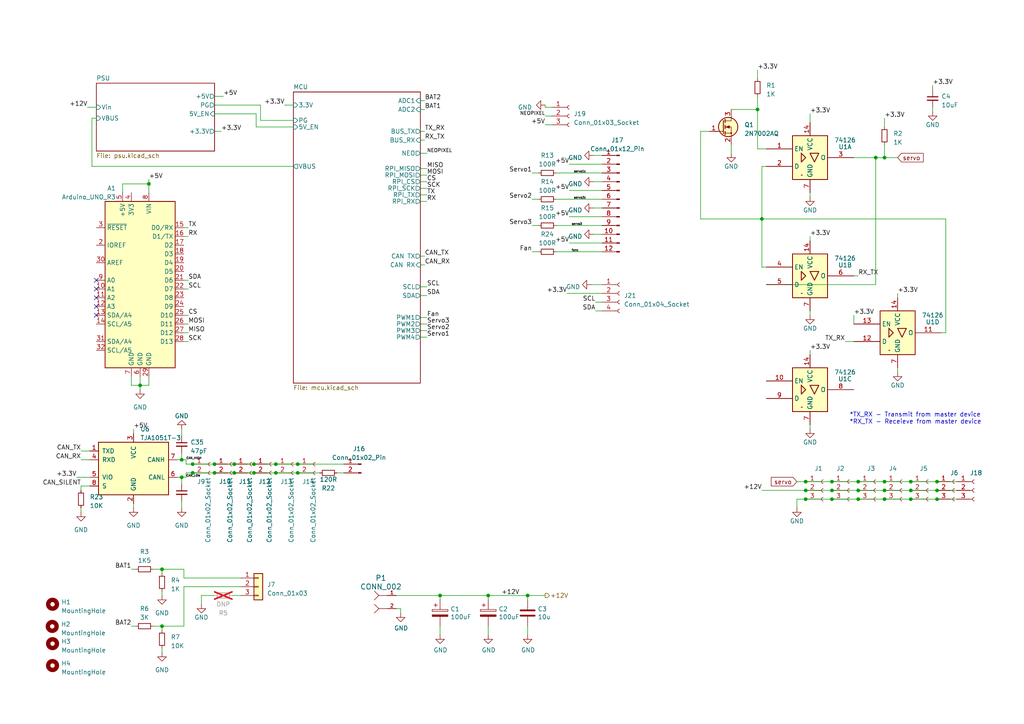
<source format=kicad_sch>
(kicad_sch (version 20230121) (generator eeschema)
  (paper "A4")
  (lib_symbols
    (symbol "74xx_IEEE:74126"
      (property "Reference" "U" (at 3.81 7.62 0))
      (property "Value" "74126" (at 1.27 -7.62 0))
      (symbol "74126_0_0"
        (rectangle (start -2.286 -5.08) (end -2.54 -5.08) (stroke (width 0.254)) (fill (type background)))
        (pin power_in line (at 0 10.16 270) (length 3.81) (name "VCC") (number "14"))
        (pin power_in line (at 0 -10.16 90) (length 3.81) (name "GND") (number "7"))
      )
      (symbol "74126_0_1"
        (rectangle (start -5.08 6.35) (end 5.08 -6.35) (stroke (width 0.254)) (fill (type background)))
        (polyline (pts (xy -2.54 1.27) (xy -2.54 -1.27) (xy -1.27 0) (xy -2.54 1.27) (xy -2.54 1.27)) (stroke (width 0.254)) (fill (type background)))
        (polyline (pts (xy 0 1.27) (xy 2.54 1.27) (xy 1.27 -1.27) (xy 0 1.27) (xy 0 1.27)) (stroke (width 0.254)) (fill (type background)))
      )
      (symbol "74126_1_0"
        (pin input line (at -12.7 2.54 0) (length 7.62) (name "EN") (number "1"))
      )
      (symbol "74126_1_1"
        (pin input line (at -12.7 -2.54 0) (length 7.62) (name "D") (number "2"))
        (pin tri_state line (at 12.7 0 180) (length 7.62) (name "O") (number "3"))
      )
      (symbol "74126_2_0"
        (pin input line (at -12.7 2.54 0) (length 7.62) (name "EN") (number "4"))
      )
      (symbol "74126_2_1"
        (pin input line (at -12.7 -2.54 0) (length 7.62) (name "D") (number "5"))
        (pin tri_state line (at 12.7 0 180) (length 7.62) (name "O") (number "6"))
      )
      (symbol "74126_3_0"
        (pin input line (at -12.7 2.54 0) (length 7.62) (name "EN") (number "10"))
      )
      (symbol "74126_3_1"
        (pin tri_state line (at 12.7 0 180) (length 7.62) (name "O") (number "8"))
        (pin input line (at -12.7 -2.54 0) (length 7.62) (name "D") (number "9"))
      )
      (symbol "74126_4_0"
        (pin input line (at -12.7 2.54 0) (length 7.62) (name "EN") (number "13"))
      )
      (symbol "74126_4_1"
        (pin tri_state line (at 12.7 0 180) (length 7.62) (name "O") (number "11"))
        (pin input line (at -12.7 -2.54 0) (length 7.62) (name "D") (number "12"))
      )
    )
    (symbol "Connector:Conn_01x02_Pin" (pin_names (offset 1.016) hide)
      (property "Reference" "J" (at 0 2.54 0))
      (property "Value" "Conn_01x02_Pin" (at 0 -5.08 0))
      (symbol "Conn_01x02_Pin_1_1"
        (polyline (pts (xy 1.27 -2.54) (xy 0.8636 -2.54)) (stroke (width 0.1524)))
        (polyline (pts (xy 1.27 0) (xy 0.8636 0)) (stroke (width 0.1524)))
        (rectangle (start 0.8636 -2.413) (end 0 -2.667) (stroke (width 0.1524)) (fill (type outline)))
        (rectangle (start 0.8636 0.127) (end 0 -0.127) (stroke (width 0.1524)) (fill (type outline)))
        (pin passive line (at 5.08 0 180) (length 3.81) (name "Pin_1") (number "1"))
        (pin passive line (at 5.08 -2.54 180) (length 3.81) (name "Pin_2") (number "2"))
      )
    )
    (symbol "Connector:Conn_01x02_Socket" (pin_names (offset 1.016) hide)
      (property "Reference" "J" (at 0 2.54 0))
      (property "Value" "Conn_01x02_Socket" (at 0 -5.08 0))
      (symbol "Conn_01x02_Socket_1_1"
        (arc (start 0 -2.032) (mid -0.5058 -2.54) (end 0 -3.048) (stroke (width 0.1524)))
        (polyline (pts (xy -1.27 -2.54) (xy -0.508 -2.54)) (stroke (width 0.1524)))
        (polyline (pts (xy -1.27 0) (xy -0.508 0)) (stroke (width 0.1524)))
        (arc (start 0 0.508) (mid -0.5058 0) (end 0 -0.508) (stroke (width 0.1524)))
        (pin passive line (at -5.08 0 0) (length 3.81) (name "Pin_1") (number "1"))
        (pin passive line (at -5.08 -2.54 0) (length 3.81) (name "Pin_2") (number "2"))
      )
    )
    (symbol "Connector:Conn_01x03_Socket" (pin_names (offset 1.016) hide)
      (property "Reference" "J" (at 0 5.08 0))
      (property "Value" "Conn_01x03_Socket" (at 0 -5.08 0))
      (symbol "Conn_01x03_Socket_1_1"
        (arc (start 0 -2.032) (mid -0.5058 -2.54) (end 0 -3.048) (stroke (width 0.1524)))
        (polyline (pts (xy -1.27 -2.54) (xy -0.508 -2.54)) (stroke (width 0.1524)))
        (polyline (pts (xy -1.27 0) (xy -0.508 0)) (stroke (width 0.1524)))
        (polyline (pts (xy -1.27 2.54) (xy -0.508 2.54)) (stroke (width 0.1524)))
        (arc (start 0 0.508) (mid -0.5058 0) (end 0 -0.508) (stroke (width 0.1524)))
        (arc (start 0 3.048) (mid -0.5058 2.54) (end 0 2.032) (stroke (width 0.1524)))
        (pin passive line (at -5.08 2.54 0) (length 3.81) (name "Pin_1") (number "1"))
        (pin passive line (at -5.08 0 0) (length 3.81) (name "Pin_2") (number "2"))
        (pin passive line (at -5.08 -2.54 0) (length 3.81) (name "Pin_3") (number "3"))
      )
    )
    (symbol "Connector:Conn_01x04_Socket" (pin_names (offset 1.016) hide)
      (property "Reference" "J" (at 0 5.08 0))
      (property "Value" "Conn_01x04_Socket" (at 0 -7.62 0))
      (symbol "Conn_01x04_Socket_1_1"
        (arc (start 0 -4.572) (mid -0.5058 -5.08) (end 0 -5.588) (stroke (width 0.1524)))
        (arc (start 0 -2.032) (mid -0.5058 -2.54) (end 0 -3.048) (stroke (width 0.1524)))
        (polyline (pts (xy -1.27 -5.08) (xy -0.508 -5.08)) (stroke (width 0.1524)))
        (polyline (pts (xy -1.27 -2.54) (xy -0.508 -2.54)) (stroke (width 0.1524)))
        (polyline (pts (xy -1.27 0) (xy -0.508 0)) (stroke (width 0.1524)))
        (polyline (pts (xy -1.27 2.54) (xy -0.508 2.54)) (stroke (width 0.1524)))
        (arc (start 0 0.508) (mid -0.5058 0) (end 0 -0.508) (stroke (width 0.1524)))
        (arc (start 0 3.048) (mid -0.5058 2.54) (end 0 2.032) (stroke (width 0.1524)))
        (pin passive line (at -5.08 2.54 0) (length 3.81) (name "Pin_1") (number "1"))
        (pin passive line (at -5.08 0 0) (length 3.81) (name "Pin_2") (number "2"))
        (pin passive line (at -5.08 -2.54 0) (length 3.81) (name "Pin_3") (number "3"))
        (pin passive line (at -5.08 -5.08 0) (length 3.81) (name "Pin_4") (number "4"))
      )
    )
    (symbol "Connector:Conn_01x12_Pin" (pin_names (offset 1.016) hide)
      (property "Reference" "J" (at 0 15.24 0))
      (property "Value" "Conn_01x12_Pin" (at 0 -17.78 0))
      (symbol "Conn_01x12_Pin_1_1"
        (polyline (pts (xy 1.27 -15.24) (xy 0.8636 -15.24)) (stroke (width 0.1524)))
        (polyline (pts (xy 1.27 -12.7) (xy 0.8636 -12.7)) (stroke (width 0.1524)))
        (polyline (pts (xy 1.27 -10.16) (xy 0.8636 -10.16)) (stroke (width 0.1524)))
        (polyline (pts (xy 1.27 -7.62) (xy 0.8636 -7.62)) (stroke (width 0.1524)))
        (polyline (pts (xy 1.27 -5.08) (xy 0.8636 -5.08)) (stroke (width 0.1524)))
        (polyline (pts (xy 1.27 -2.54) (xy 0.8636 -2.54)) (stroke (width 0.1524)))
        (polyline (pts (xy 1.27 0) (xy 0.8636 0)) (stroke (width 0.1524)))
        (polyline (pts (xy 1.27 2.54) (xy 0.8636 2.54)) (stroke (width 0.1524)))
        (polyline (pts (xy 1.27 5.08) (xy 0.8636 5.08)) (stroke (width 0.1524)))
        (polyline (pts (xy 1.27 7.62) (xy 0.8636 7.62)) (stroke (width 0.1524)))
        (polyline (pts (xy 1.27 10.16) (xy 0.8636 10.16)) (stroke (width 0.1524)))
        (polyline (pts (xy 1.27 12.7) (xy 0.8636 12.7)) (stroke (width 0.1524)))
        (rectangle (start 0.8636 -15.113) (end 0 -15.367) (stroke (width 0.1524)) (fill (type outline)))
        (rectangle (start 0.8636 -12.573) (end 0 -12.827) (stroke (width 0.1524)) (fill (type outline)))
        (rectangle (start 0.8636 -10.033) (end 0 -10.287) (stroke (width 0.1524)) (fill (type outline)))
        (rectangle (start 0.8636 -7.493) (end 0 -7.747) (stroke (width 0.1524)) (fill (type outline)))
        (rectangle (start 0.8636 -4.953) (end 0 -5.207) (stroke (width 0.1524)) (fill (type outline)))
        (rectangle (start 0.8636 -2.413) (end 0 -2.667) (stroke (width 0.1524)) (fill (type outline)))
        (rectangle (start 0.8636 0.127) (end 0 -0.127) (stroke (width 0.1524)) (fill (type outline)))
        (rectangle (start 0.8636 2.667) (end 0 2.413) (stroke (width 0.1524)) (fill (type outline)))
        (rectangle (start 0.8636 5.207) (end 0 4.953) (stroke (width 0.1524)) (fill (type outline)))
        (rectangle (start 0.8636 7.747) (end 0 7.493) (stroke (width 0.1524)) (fill (type outline)))
        (rectangle (start 0.8636 10.287) (end 0 10.033) (stroke (width 0.1524)) (fill (type outline)))
        (rectangle (start 0.8636 12.827) (end 0 12.573) (stroke (width 0.1524)) (fill (type outline)))
        (pin passive line (at 5.08 12.7 180) (length 3.81) (name "Pin_1") (number "1"))
        (pin passive line (at 5.08 -10.16 180) (length 3.81) (name "Pin_10") (number "10"))
        (pin passive line (at 5.08 -12.7 180) (length 3.81) (name "Pin_11") (number "11"))
        (pin passive line (at 5.08 -15.24 180) (length 3.81) (name "Pin_12") (number "12"))
        (pin passive line (at 5.08 10.16 180) (length 3.81) (name "Pin_2") (number "2"))
        (pin passive line (at 5.08 7.62 180) (length 3.81) (name "Pin_3") (number "3"))
        (pin passive line (at 5.08 5.08 180) (length 3.81) (name "Pin_4") (number "4"))
        (pin passive line (at 5.08 2.54 180) (length 3.81) (name "Pin_5") (number "5"))
        (pin passive line (at 5.08 0 180) (length 3.81) (name "Pin_6") (number "6"))
        (pin passive line (at 5.08 -2.54 180) (length 3.81) (name "Pin_7") (number "7"))
        (pin passive line (at 5.08 -5.08 180) (length 3.81) (name "Pin_8") (number "8"))
        (pin passive line (at 5.08 -7.62 180) (length 3.81) (name "Pin_9") (number "9"))
      )
    )
    (symbol "Connector_Generic:Conn_01x03" (pin_names (offset 1.016) hide)
      (property "Reference" "J" (at 0 5.08 0))
      (property "Value" "Conn_01x03" (at 0 -5.08 0))
      (symbol "Conn_01x03_1_1"
        (rectangle (start -1.27 -2.413) (end 0 -2.667) (stroke (width 0.1524)))
        (rectangle (start -1.27 0.127) (end 0 -0.127) (stroke (width 0.1524)))
        (rectangle (start -1.27 2.667) (end 0 2.413) (stroke (width 0.1524)))
        (rectangle (start -1.27 3.81) (end 1.27 -3.81) (stroke (width 0.254)) (fill (type background)))
        (pin passive line (at -5.08 2.54 0) (length 3.81) (name "Pin_1") (number "1"))
        (pin passive line (at -5.08 0 0) (length 3.81) (name "Pin_2") (number "2"))
        (pin passive line (at -5.08 -2.54 0) (length 3.81) (name "Pin_3") (number "3"))
      )
    )
    (symbol "Connectors:CONN_002" (pin_names (offset 1.016))
      (property "Reference" "P" (at 0 3.81 0))
      (property "Value" "CONN_002" (at 0 -5.08 0))
      (symbol "CONN_002_0_1"
        (polyline (pts (xy 0 -2.54) (xy -1.27 -3.81)))
        (polyline (pts (xy -1.27 2.54) (xy 0 1.27) (xy -1.27 0)))
        (polyline (pts (xy 0 1.27) (xy 1.27 1.27) (xy 2.54 1.27)))
        (polyline (pts (xy 2.54 -2.54) (xy 0 -2.54) (xy -1.27 -1.27)))
      )
      (symbol "CONN_002_1_1"
        (pin input line (at 5.08 1.27 180) (length 2.54) (name "~") (number "1"))
        (pin input line (at 5.08 -2.54 180) (length 2.54) (name "~") (number "2"))
      )
    )
    (symbol "Device:C" (pin_numbers hide) (pin_names (offset 0.254))
      (property "Reference" "C" (at 0.635 2.54 0))
      (property "Value" "C" (at 0.635 -2.54 0))
      (symbol "C_0_1"
        (polyline (pts (xy -2.032 -0.762) (xy 2.032 -0.762)) (stroke (width 0.508)))
        (polyline (pts (xy -2.032 0.762) (xy 2.032 0.762)) (stroke (width 0.508)))
      )
      (symbol "C_1_1"
        (pin passive line (at 0 3.81 270) (length 2.794) (name "~") (number "1"))
        (pin passive line (at 0 -3.81 90) (length 2.794) (name "~") (number "2"))
      )
    )
    (symbol "Device:CP" (pin_numbers hide) (pin_names (offset 0.254))
      (property "Reference" "C" (at 0.635 2.54 0))
      (property "Value" "CP" (at 0.635 -2.54 0))
      (symbol "CP_0_1"
        (rectangle (start -2.286 0.508) (end 2.286 1.016))
        (polyline (pts (xy -1.778 2.286) (xy -0.762 2.286)))
        (polyline (pts (xy -1.27 2.794) (xy -1.27 1.778)))
        (rectangle (start 2.286 -0.508) (end -2.286 -1.016) (fill (type outline)))
      )
      (symbol "CP_1_1"
        (pin passive line (at 0 3.81 270) (length 2.794) (name "~") (number "1"))
        (pin passive line (at 0 -3.81 90) (length 2.794) (name "~") (number "2"))
      )
    )
    (symbol "Device:C_Small" (pin_numbers hide) (pin_names (offset 0.254) hide)
      (property "Reference" "C" (at 0.254 1.778 0))
      (property "Value" "C_Small" (at 0.254 -2.032 0))
      (symbol "C_Small_0_1"
        (polyline (pts (xy -1.524 -0.508) (xy 1.524 -0.508)) (stroke (width 0.3302)))
        (polyline (pts (xy -1.524 0.508) (xy 1.524 0.508)) (stroke (width 0.3048)))
      )
      (symbol "C_Small_1_1"
        (pin passive line (at 0 2.54 270) (length 2.032) (name "~") (number "1"))
        (pin passive line (at 0 -2.54 90) (length 2.032) (name "~") (number "2"))
      )
    )
    (symbol "Device:R_Small" (pin_numbers hide) (pin_names (offset 0.254) hide)
      (property "Reference" "R" (at 0.762 0.508 0))
      (property "Value" "R_Small" (at 0.762 -1.016 0))
      (symbol "R_Small_0_1"
        (rectangle (start -0.762 1.778) (end 0.762 -1.778) (stroke (width 0.2032)))
      )
      (symbol "R_Small_1_1"
        (pin passive line (at 0 2.54 270) (length 0.762) (name "~") (number "1"))
        (pin passive line (at 0 -2.54 90) (length 0.762) (name "~") (number "2"))
      )
    )
    (symbol "Interface_CAN_LIN:TJA1051T-3" (pin_names (offset 1.016))
      (property "Reference" "U" (at -10.16 8.89 0))
      (property "Value" "TJA1051T-3" (at 1.27 8.89 0))
      (symbol "TJA1051T-3_0_1"
        (rectangle (start -10.16 7.62) (end 10.16 -7.62) (stroke (width 0.254)) (fill (type background)))
      )
      (symbol "TJA1051T-3_1_1"
        (pin input line (at -12.7 5.08 0) (length 2.54) (name "TXD") (number "1"))
        (pin power_in line (at 0 -10.16 90) (length 2.54) (name "GND") (number "2"))
        (pin power_in line (at 0 10.16 270) (length 2.54) (name "VCC") (number "3"))
        (pin output line (at -12.7 2.54 0) (length 2.54) (name "RXD") (number "4"))
        (pin power_in line (at -12.7 -2.54 0) (length 2.54) (name "VIO") (number "5"))
        (pin bidirectional line (at 12.7 -2.54 180) (length 2.54) (name "CANL") (number "6"))
        (pin bidirectional line (at 12.7 2.54 180) (length 2.54) (name "CANH") (number "7"))
        (pin input line (at -12.7 -5.08 0) (length 2.54) (name "S") (number "8"))
      )
    )
    (symbol "MCU_Module:Arduino_UNO_R3"
      (property "Reference" "A" (at -10.16 23.495 0))
      (property "Value" "Arduino_UNO_R3" (at 5.08 -26.67 0))
      (symbol "Arduino_UNO_R3_0_1"
        (rectangle (start -10.16 22.86) (end 10.16 -25.4) (stroke (width 0.254)) (fill (type background)))
      )
      (symbol "Arduino_UNO_R3_1_1"
        (pin no_connect line (at -10.16 -20.32 0) (length 2.54) hide (name "NC") (number "1"))
        (pin bidirectional line (at 12.7 -2.54 180) (length 2.54) (name "A1") (number "10"))
        (pin bidirectional line (at 12.7 -5.08 180) (length 2.54) (name "A2") (number "11"))
        (pin bidirectional line (at 12.7 -7.62 180) (length 2.54) (name "A3") (number "12"))
        (pin bidirectional line (at 12.7 -10.16 180) (length 2.54) (name "SDA/A4") (number "13"))
        (pin bidirectional line (at 12.7 -12.7 180) (length 2.54) (name "SCL/A5") (number "14"))
        (pin bidirectional line (at -12.7 15.24 0) (length 2.54) (name "D0/RX") (number "15"))
        (pin bidirectional line (at -12.7 12.7 0) (length 2.54) (name "D1/TX") (number "16"))
        (pin bidirectional line (at -12.7 10.16 0) (length 2.54) (name "D2") (number "17"))
        (pin bidirectional line (at -12.7 7.62 0) (length 2.54) (name "D3") (number "18"))
        (pin bidirectional line (at -12.7 5.08 0) (length 2.54) (name "D4") (number "19"))
        (pin output line (at 12.7 10.16 180) (length 2.54) (name "IOREF") (number "2"))
        (pin bidirectional line (at -12.7 2.54 0) (length 2.54) (name "D5") (number "20"))
        (pin bidirectional line (at -12.7 0 0) (length 2.54) (name "D6") (number "21"))
        (pin bidirectional line (at -12.7 -2.54 0) (length 2.54) (name "D7") (number "22"))
        (pin bidirectional line (at -12.7 -5.08 0) (length 2.54) (name "D8") (number "23"))
        (pin bidirectional line (at -12.7 -7.62 0) (length 2.54) (name "D9") (number "24"))
        (pin bidirectional line (at -12.7 -10.16 0) (length 2.54) (name "D10") (number "25"))
        (pin bidirectional line (at -12.7 -12.7 0) (length 2.54) (name "D11") (number "26"))
        (pin bidirectional line (at -12.7 -15.24 0) (length 2.54) (name "D12") (number "27"))
        (pin bidirectional line (at -12.7 -17.78 0) (length 2.54) (name "D13") (number "28"))
        (pin power_in line (at -2.54 -27.94 90) (length 2.54) (name "GND") (number "29"))
        (pin input line (at 12.7 15.24 180) (length 2.54) (name "~{RESET}") (number "3"))
        (pin input line (at 12.7 5.08 180) (length 2.54) (name "AREF") (number "30"))
        (pin bidirectional line (at 12.7 -17.78 180) (length 2.54) (name "SDA/A4") (number "31"))
        (pin bidirectional line (at 12.7 -20.32 180) (length 2.54) (name "SCL/A5") (number "32"))
        (pin power_out line (at 2.54 25.4 270) (length 2.54) (name "3V3") (number "4"))
        (pin power_out line (at 5.08 25.4 270) (length 2.54) (name "+5V") (number "5"))
        (pin power_in line (at 0 -27.94 90) (length 2.54) (name "GND") (number "6"))
        (pin power_in line (at 2.54 -27.94 90) (length 2.54) (name "GND") (number "7"))
        (pin power_in line (at -2.54 25.4 270) (length 2.54) (name "VIN") (number "8"))
        (pin bidirectional line (at 12.7 0 180) (length 2.54) (name "A0") (number "9"))
      )
    )
    (symbol "Mechanical:MountingHole" (pin_names (offset 1.016))
      (property "Reference" "H" (at 0 5.08 0))
      (property "Value" "MountingHole" (at 0 3.175 0))
      (symbol "MountingHole_0_1"
        (circle (center 0 0) (radius 1.27) (stroke (width 1.27)))
      )
    )
    (symbol "PCM_Transistor_MOSFET_AKL:2N7002AQ" (pin_names hide)
      (property "Reference" "Q" (at 5.08 1.27 0))
      (property "Value" "2N7002AQ" (at 5.08 -1.27 0))
      (symbol "2N7002AQ_0_1"
        (polyline (pts (xy 0.254 -1.27) (xy -2.54 -1.27)))
        (polyline (pts (xy 0.254 1.905) (xy 0.254 -1.905)) (stroke (width 0.254)))
        (polyline (pts (xy 0.762 -1.778) (xy 2.54 -1.778)))
        (polyline (pts (xy 0.762 -1.27) (xy 0.762 -2.286)) (stroke (width 0.254)))
        (polyline (pts (xy 0.762 0.508) (xy 0.762 -0.508)) (stroke (width 0.254)))
        (polyline (pts (xy 0.762 2.286) (xy 0.762 1.27)) (stroke (width 0.254)))
        (polyline (pts (xy 2.54 1.778) (xy 0.762 1.778)))
        (polyline (pts (xy 2.54 2.54) (xy 2.54 1.778)))
        (polyline (pts (xy 2.54 -2.54) (xy 2.54 0) (xy 0.762 0)))
        (polyline (pts (xy 1.016 0) (xy 2.032 0.381) (xy 2.032 -0.381) (xy 1.016 0)) (fill (type outline)))
        (circle (center 1.651 0) (radius 2.794) (stroke (width 0.254)) (fill (type background)))
        (circle (center 2.54 -1.778) (radius 0.1778) (fill (type outline)))
      )
      (symbol "2N7002AQ_1_1"
        (pin input line (at -3.81 -1.27 0) (length 2.54) (name "G") (number "1"))
        (pin passive line (at 2.54 -5.08 90) (length 2.54) (name "S") (number "2"))
        (pin passive line (at 2.54 5.08 270) (length 2.54) (name "D") (number "3"))
      )
    )
    (symbol "power:GND" (power) (pin_names (offset 0))
      (property "Value" "GND" (at 0 -3.81 0))
      (symbol "GND_0_1"
        (polyline (pts (xy 0 0) (xy 0 -1.27) (xy 1.27 -1.27) (xy 0 -2.54) (xy -1.27 -1.27) (xy 0 -1.27)))
      )
      (symbol "GND_1_1"
        (pin power_in line (at 0 0 270) (length 0) hide (name "GND") (number "1"))
      )
    )
  )
  (junction (at 271.78 142.24))
  (junction (at 80.01 137.16))
  (junction (at 256.54 45.72))
  (junction (at 264.16 139.7))
  (junction (at 248.92 139.7))
  (junction (at 46.99 165.1))
  (junction (at 248.92 144.78))
  (junction (at 256.54 139.7))
  (junction (at 241.3 142.24))
  (junction (at 127.635 172.72))
  (junction (at 264.16 142.24))
  (junction (at 254 45.72))
  (junction (at 86.36 137.16))
  (junction (at 264.16 144.78))
  (junction (at 248.92 142.24))
  (junction (at 233.68 144.78))
  (junction (at 233.68 139.7))
  (junction (at 43.18 53.34))
  (junction (at 241.3 144.78))
  (junction (at 62.23 134.62))
  (junction (at 271.78 139.7))
  (junction (at 67.945 134.62))
  (junction (at 52.705 138.43))
  (junction (at 220.98 63.5))
  (junction (at 271.78 144.78))
  (junction (at 256.54 144.78))
  (junction (at 233.68 142.24))
  (junction (at 141.605 172.72))
  (junction (at 55.88 137.16))
  (junction (at 219.71 31.75))
  (junction (at 40.64 111.76))
  (junction (at 80.01 134.62))
  (junction (at 46.99 181.61))
  (junction (at 73.66 137.16))
  (junction (at 62.23 137.16))
  (junction (at 52.705 133.35))
  (junction (at 241.3 139.7))
  (junction (at 86.36 134.62))
  (junction (at 67.945 137.16))
  (junction (at 55.88 134.62))
  (junction (at 73.66 134.62))
  (junction (at 153.035 172.72))
  (junction (at 256.54 142.24))
  (no_connect (at 27.94 81.28))
  (no_connect (at 27.94 88.9))
  (no_connect (at 27.94 91.44))
  (no_connect (at 27.94 83.82))
  (no_connect (at 27.94 86.36))
  (wire (pts (xy 234.95 68.58) (xy 234.95 69.85)))
  (wire (pts (xy 234.95 55.88) (xy 234.95 57.15)))
  (wire (pts (xy 234.95 123.19) (xy 234.95 124.46)))
  (wire (pts (xy 53.34 81.28) (xy 54.61 81.28)))
  (wire (pts (xy 53.34 96.52) (xy 54.61 96.52)))
  (wire (pts (xy 52.705 138.43) (xy 52.705 140.335)))
  (wire (pts (xy 53.975 134.62) (xy 53.975 133.35)))
  (wire (pts (xy 53.34 167.64) (xy 69.85 167.64)))
  (wire (pts (xy 121.92 54.61) (xy 123.825 54.61)))
  (wire (pts (xy 222.25 82.55) (xy 254 82.55)))
  (wire (pts (xy 121.92 40.64) (xy 123.19 40.64)))
  (wire (pts (xy 53.34 83.82) (xy 54.61 83.82)))
  (wire (pts (xy 53.34 93.98) (xy 54.61 93.98)))
  (wire (pts (xy 121.92 29.21) (xy 123.19 29.21)))
  (wire (pts (xy 260.35 106.68) (xy 260.35 107.95)))
  (wire (pts (xy 53.975 137.16) (xy 53.975 138.43)))
  (wire (pts (xy 248.92 139.7) (xy 256.54 139.7)))
  (wire (pts (xy 127.635 181.61) (xy 127.635 184.15)))
  (wire (pts (xy 247.65 80.01) (xy 248.92 80.01)))
  (wire (pts (xy 154.305 65.405) (xy 156.21 65.405)))
  (wire (pts (xy 46.99 165.1) (xy 46.99 166.37)))
  (wire (pts (xy 245.11 99.06) (xy 247.65 99.06)))
  (wire (pts (xy 241.3 144.78) (xy 248.92 144.78)))
  (wire (pts (xy 35.56 53.34) (xy 43.18 53.34)))
  (wire (pts (xy 158.115 31.115) (xy 158.115 30.48)))
  (wire (pts (xy 205.74 38.1) (xy 203.2 38.1)))
  (wire (pts (xy 40.64 109.22) (xy 40.64 111.76)))
  (wire (pts (xy 51.435 138.43) (xy 52.705 138.43)))
  (wire (pts (xy 62.23 30.48) (xy 75.565 30.48)))
  (wire (pts (xy 174.625 70.485) (xy 165.1 70.485)))
  (wire (pts (xy 174.625 47.625) (xy 165.1 47.625)))
  (wire (pts (xy 220.98 77.47) (xy 222.25 77.47)))
  (wire (pts (xy 234.95 101.6) (xy 234.95 102.87)))
  (wire (pts (xy 52.705 145.415) (xy 52.705 147.32)))
  (wire (pts (xy 43.18 109.22) (xy 43.18 111.76)))
  (wire (pts (xy 271.78 144.78) (xy 277.495 144.78)))
  (wire (pts (xy 141.605 181.61) (xy 141.605 184.15)))
  (wire (pts (xy 219.71 43.18) (xy 219.71 31.75)))
  (wire (pts (xy 62.23 172.72) (xy 58.42 172.72)))
  (wire (pts (xy 172.72 90.17) (xy 174.625 90.17)))
  (wire (pts (xy 158.115 36.195) (xy 160.02 36.195)))
  (wire (pts (xy 55.88 137.16) (xy 62.23 137.16)))
  (wire (pts (xy 121.92 83.185) (xy 123.825 83.185)))
  (wire (pts (xy 53.34 167.64) (xy 53.34 165.1)))
  (wire (pts (xy 80.01 134.62) (xy 86.36 134.62)))
  (wire (pts (xy 271.78 142.24) (xy 277.495 142.24)))
  (wire (pts (xy 116.205 176.53) (xy 116.205 177.8)))
  (wire (pts (xy 26.035 140.97) (xy 23.495 140.97)))
  (wire (pts (xy 121.92 56.515) (xy 123.825 56.515)))
  (wire (pts (xy 121.92 44.45) (xy 123.825 44.45)))
  (wire (pts (xy 26.67 34.29) (xy 26.67 48.26)))
  (wire (pts (xy 174.625 73.025) (xy 161.29 73.025)))
  (wire (pts (xy 141.605 172.72) (xy 141.605 173.99)))
  (wire (pts (xy 53.34 181.61) (xy 46.99 181.61)))
  (wire (pts (xy 234.95 33.02) (xy 234.95 35.56)))
  (wire (pts (xy 127.635 172.72) (xy 127.635 173.99)))
  (wire (pts (xy 231.14 139.7) (xy 233.68 139.7)))
  (wire (pts (xy 80.01 137.16) (xy 86.36 137.16)))
  (wire (pts (xy 154.305 57.785) (xy 156.21 57.785)))
  (wire (pts (xy 22.225 138.43) (xy 26.035 138.43)))
  (wire (pts (xy 121.92 38.1) (xy 123.19 38.1)))
  (wire (pts (xy 25.4 31.115) (xy 27.94 31.115)))
  (wire (pts (xy 121.92 93.98) (xy 123.825 93.98)))
  (wire (pts (xy 153.035 172.72) (xy 153.035 173.99)))
  (wire (pts (xy 46.99 187.96) (xy 46.99 189.23)))
  (wire (pts (xy 254 45.72) (xy 256.54 45.72)))
  (wire (pts (xy 264.16 144.78) (xy 271.78 144.78)))
  (wire (pts (xy 233.68 142.24) (xy 241.3 142.24)))
  (wire (pts (xy 254 82.55) (xy 254 45.72)))
  (wire (pts (xy 174.625 62.865) (xy 165.1 62.865)))
  (wire (pts (xy 62.23 137.16) (xy 67.945 137.16)))
  (wire (pts (xy 43.18 52.07) (xy 43.18 53.34)))
  (wire (pts (xy 203.2 38.1) (xy 203.2 63.5)))
  (wire (pts (xy 52.705 133.35) (xy 53.975 133.35)))
  (wire (pts (xy 256.54 144.78) (xy 264.16 144.78)))
  (wire (pts (xy 58.42 172.72) (xy 58.42 175.26)))
  (wire (pts (xy 174.625 45.085) (xy 172.085 45.085)))
  (wire (pts (xy 174.625 52.705) (xy 172.085 52.705)))
  (wire (pts (xy 52.705 131.445) (xy 52.705 133.35)))
  (wire (pts (xy 121.92 92.075) (xy 123.825 92.075)))
  (wire (pts (xy 233.68 144.78) (xy 241.3 144.78)))
  (wire (pts (xy 233.68 139.7) (xy 241.3 139.7)))
  (wire (pts (xy 154.305 73.025) (xy 156.21 73.025)))
  (wire (pts (xy 23.495 130.81) (xy 26.035 130.81)))
  (wire (pts (xy 23.495 147.32) (xy 23.495 148.59)))
  (wire (pts (xy 121.92 74.295) (xy 123.19 74.295)))
  (wire (pts (xy 85.09 48.26) (xy 26.67 48.26)))
  (wire (pts (xy 38.1 109.22) (xy 38.1 111.76)))
  (wire (pts (xy 174.625 67.945) (xy 172.085 67.945)))
  (wire (pts (xy 53.34 91.44) (xy 54.61 91.44)))
  (wire (pts (xy 44.45 181.61) (xy 46.99 181.61)))
  (wire (pts (xy 23.495 133.35) (xy 26.035 133.35)))
  (wire (pts (xy 67.945 134.62) (xy 73.66 134.62)))
  (wire (pts (xy 97.79 137.16) (xy 99.695 137.16)))
  (wire (pts (xy 53.34 170.18) (xy 69.85 170.18)))
  (wire (pts (xy 85.09 36.83) (xy 74.295 36.83)))
  (wire (pts (xy 114.935 176.53) (xy 116.205 176.53)))
  (wire (pts (xy 274.32 96.52) (xy 274.32 63.5)))
  (wire (pts (xy 222.25 43.18) (xy 219.71 43.18)))
  (wire (pts (xy 127.635 172.72) (xy 141.605 172.72)))
  (wire (pts (xy 141.605 172.72) (xy 153.035 172.72)))
  (wire (pts (xy 53.34 68.58) (xy 54.61 68.58)))
  (wire (pts (xy 86.36 134.62) (xy 99.695 134.62)))
  (wire (pts (xy 52.705 124.46) (xy 52.705 126.365)))
  (wire (pts (xy 219.71 20.32) (xy 219.71 22.86)))
  (wire (pts (xy 75.565 30.48) (xy 75.565 34.925)))
  (wire (pts (xy 260.35 85.09) (xy 260.35 86.36)))
  (wire (pts (xy 158.115 33.655) (xy 160.02 33.655)))
  (wire (pts (xy 62.23 134.62) (xy 67.945 134.62)))
  (wire (pts (xy 174.625 57.785) (xy 161.29 57.785)))
  (wire (pts (xy 256.54 45.72) (xy 260.35 45.72)))
  (wire (pts (xy 174.625 65.405) (xy 161.29 65.405)))
  (wire (pts (xy 43.18 111.76) (xy 40.64 111.76)))
  (wire (pts (xy 44.45 165.1) (xy 46.99 165.1)))
  (wire (pts (xy 73.66 134.62) (xy 80.01 134.62)))
  (wire (pts (xy 231.14 147.32) (xy 231.14 144.78)))
  (wire (pts (xy 121.92 50.8) (xy 123.825 50.8)))
  (wire (pts (xy 67.945 137.16) (xy 73.66 137.16)))
  (wire (pts (xy 38.735 124.46) (xy 38.735 125.73)))
  (wire (pts (xy 53.34 165.1) (xy 46.99 165.1)))
  (wire (pts (xy 82.55 30.48) (xy 85.09 30.48)))
  (wire (pts (xy 256.54 139.7) (xy 264.16 139.7)))
  (wire (pts (xy 67.31 172.72) (xy 69.85 172.72)))
  (wire (pts (xy 222.25 48.26) (xy 220.98 48.26)))
  (wire (pts (xy 164.465 85.09) (xy 174.625 85.09)))
  (wire (pts (xy 38.735 146.05) (xy 38.735 147.32)))
  (wire (pts (xy 234.95 90.17) (xy 234.95 91.44)))
  (wire (pts (xy 153.035 172.72) (xy 158.115 172.72)))
  (wire (pts (xy 46.99 181.61) (xy 46.99 182.88)))
  (wire (pts (xy 174.625 55.245) (xy 165.1 55.245)))
  (wire (pts (xy 62.23 27.94) (xy 64.77 27.94)))
  (wire (pts (xy 212.09 41.91) (xy 212.09 44.45)))
  (wire (pts (xy 46.99 171.45) (xy 46.99 172.72)))
  (wire (pts (xy 256.54 41.91) (xy 256.54 45.72)))
  (wire (pts (xy 270.51 31.115) (xy 270.51 32.385)))
  (wire (pts (xy 274.32 63.5) (xy 220.98 63.5)))
  (wire (pts (xy 38.1 111.76) (xy 40.64 111.76)))
  (wire (pts (xy 247.65 91.44) (xy 247.65 93.98)))
  (wire (pts (xy 38.1 165.1) (xy 39.37 165.1)))
  (wire (pts (xy 27.94 34.29) (xy 26.67 34.29)))
  (wire (pts (xy 154.305 50.165) (xy 156.21 50.165)))
  (wire (pts (xy 241.3 142.24) (xy 248.92 142.24)))
  (wire (pts (xy 121.92 76.835) (xy 123.19 76.835)))
  (wire (pts (xy 53.34 66.04) (xy 54.61 66.04)))
  (wire (pts (xy 172.72 87.63) (xy 174.625 87.63)))
  (wire (pts (xy 40.64 111.76) (xy 40.64 113.03)))
  (wire (pts (xy 53.34 170.18) (xy 53.34 181.61)))
  (wire (pts (xy 203.2 63.5) (xy 220.98 63.5)))
  (wire (pts (xy 86.36 137.16) (xy 92.71 137.16)))
  (wire (pts (xy 121.92 48.895) (xy 123.825 48.895)))
  (wire (pts (xy 256.54 142.24) (xy 264.16 142.24)))
  (wire (pts (xy 241.3 139.7) (xy 248.92 139.7)))
  (wire (pts (xy 264.16 139.7) (xy 271.78 139.7)))
  (wire (pts (xy 264.16 142.24) (xy 271.78 142.24)))
  (wire (pts (xy 220.98 63.5) (xy 220.98 77.47)))
  (wire (pts (xy 55.88 134.62) (xy 62.23 134.62)))
  (wire (pts (xy 55.88 137.16) (xy 53.975 137.16)))
  (wire (pts (xy 75.565 34.925) (xy 85.09 34.925)))
  (wire (pts (xy 231.14 144.78) (xy 233.68 144.78)))
  (wire (pts (xy 35.56 53.34) (xy 35.56 55.88)))
  (wire (pts (xy 53.34 99.06) (xy 54.61 99.06)))
  (wire (pts (xy 121.92 58.42) (xy 123.825 58.42)))
  (wire (pts (xy 233.68 142.24) (xy 220.98 142.24)))
  (wire (pts (xy 43.18 53.34) (xy 43.18 55.88)))
  (wire (pts (xy 23.495 140.97) (xy 23.495 142.24)))
  (wire (pts (xy 74.295 36.83) (xy 74.295 33.02)))
  (wire (pts (xy 174.625 60.325) (xy 172.085 60.325)))
  (wire (pts (xy 220.98 48.26) (xy 220.98 63.5)))
  (wire (pts (xy 160.02 31.115) (xy 158.115 31.115)))
  (wire (pts (xy 212.09 31.75) (xy 219.71 31.75)))
  (wire (pts (xy 62.23 38.1) (xy 64.135 38.1)))
  (wire (pts (xy 38.1 181.61) (xy 39.37 181.61)))
  (wire (pts (xy 273.05 96.52) (xy 274.32 96.52)))
  (wire (pts (xy 121.92 95.885) (xy 123.825 95.885)))
  (wire (pts (xy 174.625 50.165) (xy 161.29 50.165)))
  (wire (pts (xy 121.92 97.79) (xy 123.825 97.79)))
  (wire (pts (xy 51.435 133.35) (xy 52.705 133.35)))
  (wire (pts (xy 121.92 52.705) (xy 123.825 52.705)))
  (wire (pts (xy 52.705 138.43) (xy 53.975 138.43)))
  (wire (pts (xy 256.54 34.29) (xy 256.54 36.83)))
  (wire (pts (xy 114.935 172.72) (xy 127.635 172.72)))
  (wire (pts (xy 153.035 181.61) (xy 153.035 184.15)))
  (wire (pts (xy 171.45 82.55) (xy 174.625 82.55)))
  (wire (pts (xy 270.51 24.765) (xy 270.51 26.035)))
  (wire (pts (xy 248.92 142.24) (xy 256.54 142.24)))
  (wire (pts (xy 271.78 139.7) (xy 277.495 139.7)))
  (wire (pts (xy 74.295 33.02) (xy 62.23 33.02)))
  (wire (pts (xy 248.92 144.78) (xy 256.54 144.78)))
  (wire (pts (xy 55.88 134.62) (xy 53.975 134.62)))
  (wire (pts (xy 73.66 137.16) (xy 80.01 137.16)))
  (wire (pts (xy 254 45.72) (xy 247.65 45.72)))
  (wire (pts (xy 121.92 85.725) (xy 123.825 85.725)))
  (wire (pts (xy 219.71 31.75) (xy 219.71 27.94)))
  (wire (pts (xy 121.92 31.75) (xy 123.19 31.75)))
  (text "*TX_RX - Transmit from master device\n*RX_TX - Receieve from master device" (at 246.38 123.19 0) (effects (font (size 1.27 1.27)) (justify left bottom)))
  (label "Servo2" (at 123.825 95.885 0))
  (label "+5V" (at 165.1 62.865 180))
  (label "servo1c" (at 166.37 50.165 0) (effects (font (size 0.6 0.6))))
  (label "+3.3V" (at 234.95 33.02 0))
  (label "+3.3V" (at 260.35 85.09 0))
  (label "SCK" (at 123.825 54.61 0))
  (label "+3.3V" (at 82.55 30.48 180))
  (label "Servo3" (at 123.825 93.98 0))
  (label "+5V" (at 64.77 27.94 0))
  (label "Servo2" (at 154.305 57.785 180))
  (label "RX" (at 54.61 68.58 0))
  (label "fanc" (at 165.735 73.025 0) (effects (font (size 0.6 0.6))))
  (label "+3.3V" (at 219.71 20.32 0))
  (label "NEOPIXEL" (at 158.115 33.655 180) (effects (font (size 1 1))))
  (label "+3.3V" (at 247.65 91.44 0))
  (label "CAN_TX" (at 123.19 74.295 0))
  (label "SCL" (at 54.61 83.82 0))
  (label "+5V" (at 165.1 55.245 180))
  (label "CS" (at 123.825 52.705 0))
  (label "CAN_TX" (at 23.495 130.81 180))
  (label "TX_RX" (at 123.19 38.1 0))
  (label "CAN_HIGH" (at 53.975 133.35 0) (effects (font (size 0.6 0.6))))
  (label "servo2c" (at 166.37 57.785 0) (effects (font (size 0.6 0.6))))
  (label "+5V" (at 165.1 70.485 180))
  (label "RX_TX" (at 248.92 80.01 0))
  (label "NEOPIXEL" (at 123.825 44.45 0) (effects (font (size 1 1))))
  (label "MISO" (at 54.61 96.52 0))
  (label "SCL" (at 123.825 83.185 0))
  (label "Servo1" (at 154.305 50.165 180))
  (label "MOSI" (at 123.825 50.8 0))
  (label "SDA" (at 172.72 90.17 180))
  (label "TX" (at 54.61 66.04 0))
  (label "servo3" (at 165.735 65.405 0) (effects (font (size 0.6 0.6))))
  (label "BAT1" (at 38.1 165.1 180))
  (label "TX" (at 123.825 56.515 0))
  (label "+3.3V" (at 64.135 38.1 0))
  (label "+5V" (at 165.1 47.625 180))
  (label "+3.3V" (at 256.54 34.29 0))
  (label "Servo1" (at 123.825 97.79 0))
  (label "+12V" (at 220.98 142.24 180))
  (label "+5V" (at 43.18 52.07 0))
  (label "SCK" (at 54.61 99.06 0))
  (label "Servo3" (at 154.305 65.405 180))
  (label "BAT2" (at 38.1 181.61 180))
  (label "CS" (at 54.61 91.44 0))
  (label "BAT2" (at 123.19 29.21 0))
  (label "RX_TX" (at 123.19 40.64 0))
  (label "RX" (at 123.825 58.42 0))
  (label "+5V" (at 38.735 124.46 0))
  (label "BAT1" (at 123.19 31.75 0))
  (label "+3.3V" (at 270.51 24.765 0))
  (label "CAN_LOW" (at 53.975 138.43 0) (effects (font (size 0.6 0.6))))
  (label "MOSI" (at 54.61 93.98 0))
  (label "CAN_SILENT" (at 23.495 140.97 180))
  (label "SDA" (at 54.61 81.28 0))
  (label "CAN_RX" (at 123.19 76.835 0))
  (label "+12V" (at 25.4 31.115 180))
  (label "+3.3V" (at 22.225 138.43 180))
  (label "+3.3V" (at 234.95 101.6 0))
  (label "Fan" (at 154.305 73.025 180))
  (label "+5V" (at 158.115 36.195 180))
  (label "SCL" (at 172.72 87.63 180))
  (label "MISO" (at 123.825 48.895 0))
  (label "Fan" (at 123.825 92.075 0))
  (label "+3.3V" (at 234.95 68.58 0))
  (label "CAN_RX" (at 23.495 133.35 180))
  (label "SDA" (at 123.825 85.725 0))
  (label "TX_RX" (at 245.11 99.06 180))
  (label "+3.3V" (at 164.465 85.09 180))
  (label "+12V" (at 145.415 172.72 0))
  (global_label "servo" (shape input) (at 260.35 45.72 0) (property "Intersheetrefs" "${INTERSHEET_REFS}" (effects hide)))
  (global_label "servo" (shape input) (at 231.14 139.7 180) (property "Intersheetrefs" "${INTERSHEET_REFS}" (effects hide)))
  (hierarchical_label "+12V" (shape output) (at 158.115 172.72 0))
  (symbol (lib_id "Connector:Conn_01x02_Socket") (at 73.025 134.62 0) (unit 1)
    (property "Reference" "J11" (at 69.215 139.7 0) (effects (justify left)))
    (property "Value" "Conn_01x02_Socket" (at 72.39 157.48 90) (effects (justify left)))
    (property "Footprint" "Connector_JST:JST_EH_B2B-EH-A_1x02_P2.50mm_Vertical" (effects hide))
  )
  (symbol (lib_id "power:GND") (at 270.51 32.385 0) (unit 1)
    (property "Reference" "#PWR015" (effects hide))
    (property "Value" "GND" (at 270.51 36.195 0))
  )
  (symbol (lib_id "Mechanical:MountingHole") (at 15.24 175.26 0) (unit 1)
    (property "Reference" "H1" (at 17.78 174.625 0) (effects (justify left)))
    (property "Value" "MountingHole" (at 17.78 177.165 0) (effects (justify left)))
    (property "Footprint" "MountingHole:MountingHole_2.7mm_M2.5" (effects hide))
  )
  (symbol (lib_id "Connector:Conn_01x03_Socket") (at 282.575 142.24 0) (unit 1)
    (property "Reference" "J18" (at 281.305 137.16 0) (effects (justify left)))
    (property "Value" "Conn_01x03_Socket" (effects hide))
    (property "Footprint" "Connector_Molex:Molex_SPOX_5267-03A_1x03_P2.50mm_Vertical" (effects hide))
  )
  (symbol (lib_id "74xx_IEEE:74126") (at 260.35 96.52 0) (unit 4)
    (property "Reference" "U1" (at 270.51 93.3959 0))
    (property "Value" "74126" (at 270.51 91.44 0))
    (property "Footprint" "Package_SO:SOIC-14_3.9x8.7mm_P1.27mm" (effects hide))
  )
  (symbol (lib_id "power:GND") (at 158.115 30.48 270) (unit 1)
    (property "Reference" "#PWR061" (effects hide))
    (property "Value" "GND" (at 154.305 31.115 90) (effects (justify right)))
  )
  (symbol (lib_id "power:GND") (at 231.14 147.32 0) (unit 1)
    (property "Reference" "#PWR017" (effects hide))
    (property "Value" "GND" (at 231.14 151.13 0))
  )
  (symbol (lib_id "power:GND") (at 172.085 60.325 270) (mirror x) (unit 1)
    (property "Reference" "#PWR046" (effects hide))
    (property "Value" "GND" (at 168.91 60.96 90) (effects (justify right)))
  )
  (symbol (lib_id "Connector:Conn_01x03_Socket") (at 165.1 33.655 0) (unit 1)
    (property "Reference" "J19" (at 166.37 33.02 0) (effects (justify left)))
    (property "Value" "Conn_01x03_Socket" (at 166.37 35.56 0) (effects (justify left)))
    (property "Footprint" "Connector_JST:JST_PH_B3B-PH-K_1x03_P2.00mm_Vertical" (effects hide))
  )
  (symbol (lib_id "Connector:Conn_01x12_Pin") (at 179.705 57.785 0) (mirror y) (unit 1)
    (property "Reference" "J17" (at 179.07 40.64 0))
    (property "Value" "Conn_01x12_Pin" (at 179.07 43.18 0))
    (property "Footprint" "Connector_PinHeader_2.54mm:PinHeader_1x12_P2.54mm_Vertical" (effects hide))
  )
  (symbol (lib_id "Device:C") (at 153.035 177.8 0) (unit 1)
    (property "Reference" "C3" (at 155.956 176.6316 0) (effects (justify left)))
    (property "Value" "10u" (at 155.956 178.943 0) (effects (justify left)))
    (property "Footprint" "Capacitor_SMD:C_0805_2012Metric" (effects hide))
    (property "Datasheet" "https://search.murata.co.jp/Ceramy/image/img/A01X/G101/ENG/GRM21BR71A106KA73-01.pdf" (effects hide))
    (property "Field5" "490-14381-1-ND" (effects hide))
    (property "Field4" "Digikey" (effects hide))
    (property "Field6" "GRM21BR71A106KA73L" (effects hide))
    (property "Field7" "Murata" (effects hide))
    (property "Part Description" "	10uF 10% 10V Ceramic Capacitor X7R 0805 (2012 Metric)" (effects hide))
    (property "Field8" "111893011" (effects hide))
  )
  (symbol (lib_id "Mechanical:MountingHole") (at 15.24 193.04 0) (unit 1)
    (property "Reference" "H4" (at 17.78 192.405 0) (effects (justify left)))
    (property "Value" "MountingHole" (at 17.78 194.945 0) (effects (justify left)))
    (property "Footprint" "MountingHole:MountingHole_2.7mm_M2.5" (effects hide))
  )
  (symbol (lib_id "power:GND") (at 171.45 82.55 270) (unit 1)
    (property "Reference" "#PWR059" (effects hide))
    (property "Value" "GND" (at 168.275 83.185 90) (effects (justify right)))
  )
  (symbol (lib_id "Connector:Conn_01x03_Socket") (at 254 142.24 0) (unit 1)
    (property "Reference" "J3" (at 251.46 135.89 0) (effects (justify left)))
    (property "Value" "Conn_01x03_Socket" (effects hide))
    (property "Footprint" "Connector_Molex:Molex_SPOX_5267-03A_1x03_P2.50mm_Vertical" (effects hide))
  )
  (symbol (lib_id "Device:R_Small") (at 41.91 181.61 90) (unit 1)
    (property "Reference" "R6" (at 41.91 176.53 90))
    (property "Value" "3K" (at 41.91 179.07 90))
    (property "Footprint" "Resistor_SMD:R_0603_1608Metric" (effects hide))
  )
  (symbol (lib_id "power:GND") (at 234.95 124.46 0) (unit 1)
    (property "Reference" "#PWR037" (effects hide))
    (property "Value" "GND" (at 234.95 128.27 0))
  )
  (symbol (lib_id "Connector:Conn_01x03_Socket") (at 261.62 142.24 0) (unit 1)
    (property "Reference" "J4" (at 257.81 135.89 0) (effects (justify left)))
    (property "Value" "Conn_01x03_Socket" (effects hide))
    (property "Footprint" "Connector_Molex:Molex_SPOX_5267-03A_1x03_P2.50mm_Vertical" (effects hide))
  )
  (symbol (lib_id "power:GND") (at 212.09 44.45 0) (unit 1)
    (property "Reference" "#PWR020" (effects hide))
    (property "Value" "GND" (at 212.09 48.26 0))
  )
  (symbol (lib_id "Connector:Conn_01x02_Socket") (at 67.31 134.62 0) (unit 1)
    (property "Reference" "J10" (at 63.5 139.7 0) (effects (justify left)))
    (property "Value" "Conn_01x02_Socket" (at 66.675 157.48 90) (effects (justify left)))
    (property "Footprint" "Connector_JST:JST_EH_B2B-EH-A_1x02_P2.50mm_Vertical" (effects hide))
  )
  (symbol (lib_id "Mechanical:MountingHole") (at 15.24 186.69 0) (unit 1)
    (property "Reference" "H3" (at 17.78 186.055 0) (effects (justify left)))
    (property "Value" "MountingHole" (at 17.78 188.595 0) (effects (justify left)))
    (property "Footprint" "MountingHole:MountingHole_2.7mm_M2.5" (effects hide))
  )
  (symbol (lib_id "power:GND") (at 40.64 113.03 0) (unit 1)
    (property "Reference" "#PWR028" (effects hide))
    (property "Value" "GND" (at 40.64 118.11 0))
  )
  (symbol (lib_id "power:GND") (at 23.495 148.59 0) (unit 1)
    (property "Reference" "#PWR016" (effects hide))
    (property "Value" "GND" (at 23.495 153.67 0))
  )
  (symbol (lib_id "power:GND") (at 52.705 147.32 0) (unit 1)
    (property "Reference" "#PWR019" (effects hide))
    (property "Value" "GND" (at 52.705 152.4 0))
  )
  (symbol (lib_id "power:GND") (at 58.42 175.26 0) (unit 1)
    (property "Reference" "#PWR042" (effects hide))
    (property "Value" "GND" (at 58.42 179.07 0))
  )
  (symbol (lib_id "Device:CP") (at 127.635 177.8 0) (unit 1)
    (property "Reference" "C1" (at 130.6322 176.657 0) (effects (justify left)))
    (property "Value" "100uF" (at 130.6322 178.943 0) (effects (justify left)))
    (property "Footprint" "Capacitor_Tantalum_SMD:CP_EIA-7343-31_Kemet-D" (effects hide))
    (property "Field4" "Mouser" (effects hide))
    (property "Field5" "667-EEF-CX0J101R" (effects hide))
    (property "Part Description" "Capacitor, SP-Cap, 100u, 6.3V, 15mR ESR" (effects hide))
  )
  (symbol (lib_id "Device:R_Small") (at 41.91 165.1 90) (unit 1)
    (property "Reference" "R3" (at 41.91 160.02 90))
    (property "Value" "1K5" (at 41.91 162.56 90))
    (property "Footprint" "Resistor_SMD:R_0603_1608Metric" (effects hide))
  )
  (symbol (lib_id "Connector:Conn_01x03_Socket") (at 276.86 142.24 0) (unit 1)
    (property "Reference" "J6" (at 275.59 137.16 0) (effects (justify left)))
    (property "Value" "Conn_01x03_Socket" (effects hide))
    (property "Footprint" "Connector_Molex:Molex_SPOX_5267-03A_1x03_P2.50mm_Vertical" (effects hide))
  )
  (symbol (lib_id "Device:R_Small") (at 46.99 185.42 180) (unit 1)
    (property "Reference" "R7" (at 49.53 184.785 0) (effects (justify right)))
    (property "Value" "10K" (at 49.53 187.325 0) (effects (justify right)))
    (property "Footprint" "Resistor_SMD:R_0603_1608Metric" (effects hide))
  )
  (symbol (lib_id "Device:R_Small") (at 158.75 73.025 270) (mirror x) (unit 1)
    (property "Reference" "R24" (at 158.75 67.945 90))
    (property "Value" "100R" (at 158.75 70.485 90))
    (property "Footprint" "Resistor_SMD:R_0603_1608Metric" (effects hide))
  )
  (symbol (lib_id "74xx_IEEE:74126") (at 234.95 45.72 0) (unit 1)
    (property "Reference" "U1" (at 245.11 42.5959 0))
    (property "Value" "74126" (at 245.11 40.64 0))
    (property "Footprint" "Package_SO:SOIC-14_3.9x8.7mm_P1.27mm" (effects hide))
  )
  (symbol (lib_id "Device:R_Small") (at 158.75 50.165 270) (mirror x) (unit 1)
    (property "Reference" "R13" (at 158.75 45.085 90))
    (property "Value" "100R" (at 158.75 47.625 90))
    (property "Footprint" "Resistor_SMD:R_0603_1608Metric" (effects hide))
  )
  (symbol (lib_id "power:GND") (at 234.95 57.15 0) (unit 1)
    (property "Reference" "#PWR022" (effects hide))
    (property "Value" "GND" (at 234.95 60.96 0))
  )
  (symbol (lib_id "Device:R_Small") (at 46.99 168.91 180) (unit 1)
    (property "Reference" "R4" (at 49.53 168.275 0) (effects (justify right)))
    (property "Value" "1K" (at 49.53 170.815 0) (effects (justify right)))
    (property "Footprint" "Resistor_SMD:R_0603_1608Metric" (effects hide))
  )
  (symbol (lib_id "Connector_Generic:Conn_01x03") (at 74.93 170.18 0) (unit 1)
    (property "Reference" "J7" (at 77.47 169.545 0) (effects (justify left)))
    (property "Value" "Conn_01x03" (at 77.47 172.085 0) (effects (justify left)))
    (property "Footprint" "Connector_JST:JST_XH_S3B-XH-A-1_1x03_P2.50mm_Horizontal" (effects hide))
  )
  (symbol (lib_id "Device:C_Small") (at 52.705 142.875 0) (unit 1)
    (property "Reference" "C37" (effects hide))
    (property "Value" "47pF" (effects hide))
    (property "Footprint" "Capacitor_SMD:C_0603_1608Metric" (effects hide))
  )
  (symbol (lib_id "Device:CP") (at 141.605 177.8 0) (unit 1)
    (property "Reference" "C2" (at 144.6022 176.657 0) (effects (justify left)))
    (property "Value" "100uF" (at 144.6022 178.943 0) (effects (justify left)))
    (property "Footprint" "Capacitor_Tantalum_SMD:CP_EIA-7343-31_Kemet-D" (effects hide))
    (property "Field4" "Mouser" (effects hide))
    (property "Field5" "667-EEF-CX0J101R" (effects hide))
    (property "Part Description" "Capacitor, SP-Cap, 100u, 6.3V, 15mR ESR" (effects hide))
  )
  (symbol (lib_id "Device:R_Small") (at 23.495 144.78 0) (unit 1)
    (property "Reference" "R23" (at 26.035 144.145 0) (effects (justify left)))
    (property "Value" "10K" (at 26.035 146.685 0) (effects (justify left)))
    (property "Footprint" "Resistor_SMD:R_0603_1608Metric" (effects hide))
  )
  (symbol (lib_id "Connector:Conn_01x03_Socket") (at 269.24 142.24 0) (unit 1)
    (property "Reference" "J5" (at 266.7 135.89 0) (effects (justify left)))
    (property "Value" "Conn_01x03_Socket" (effects hide))
    (property "Footprint" "Connector_Molex:Molex_SPOX_5267-03A_1x03_P2.50mm_Vertical" (effects hide))
  )
  (symbol (lib_id "power:GND") (at 172.085 45.085 270) (mirror x) (unit 1)
    (property "Reference" "#PWR040" (effects hide))
    (property "Value" "GND" (at 168.91 45.72 90) (effects (justify right)))
  )
  (symbol (lib_id "power:GND") (at 52.705 124.46 180) (unit 1)
    (property "Reference" "#PWR032" (effects hide))
    (property "Value" "GND" (at 52.705 120.65 0))
  )
  (symbol (lib_id "Connector:Conn_01x02_Socket") (at 60.96 134.62 0) (unit 1)
    (property "Reference" "J9" (at 57.15 139.7 0) (effects (justify left)))
    (property "Value" "Conn_01x02_Socket" (at 60.325 157.48 90) (effects (justify left)))
    (property "Footprint" "Connector_JST:JST_EH_B2B-EH-A_1x02_P2.50mm_Vertical" (effects hide))
  )
  (symbol (lib_id "Mechanical:MountingHole") (at 15.1492 181.6862 0) (unit 1)
    (property "Reference" "H2" (at 17.6892 181.0512 0) (effects (justify left)))
    (property "Value" "MountingHole" (at 17.6892 183.5912 0) (effects (justify left)))
    (property "Footprint" "MountingHole:MountingHole_2.7mm_M2.5" (effects hide))
  )
  (symbol (lib_id "74xx_IEEE:74126") (at 234.95 80.01 0) (unit 2)
    (property "Reference" "U1" (at 245.11 76.8859 0))
    (property "Value" "74126" (at 245.11 74.93 0))
    (property "Footprint" "Package_SO:SOIC-14_3.9x8.7mm_P1.27mm" (effects hide))
  )
  (symbol (lib_id "MCU_Module:Arduino_UNO_R3") (at 40.64 81.28 0) (mirror y) (unit 1)
    (property "Reference" "A1" (at 33.6041 54.61 0) (effects (justify left)))
    (property "Value" "Arduino_UNO_R3" (at 33.6041 57.15 0) (effects (justify left)))
    (property "Footprint" "Module:Arduino_UNO_R3" (effects hide))
    (property "Datasheet" "https://www.arduino.cc/en/Main/arduinoBoardUno" (effects hide))
  )
  (symbol (lib_id "Connectors:CONN_002") (at 109.855 173.99 0) (unit 1)
    (property "Reference" "P1" (at 110.49 167.64 0) (effects (font (size 1.524 1.524))))
    (property "Value" "CONN_002" (at 110.49 170.18 0) (effects (font (size 1.524 1.524))))
    (property "Footprint" "Connectors:DEAN_PCB" (effects hide))
  )
  (symbol (lib_id "Connector:Conn_01x02_Socket") (at 85.09 134.62 0) (unit 1)
    (property "Reference" "J13" (at 81.28 139.7 0) (effects (justify left)))
    (property "Value" "Conn_01x02_Socket" (at 84.455 157.48 90) (effects (justify left)))
    (property "Footprint" "Connector_JST:JST_EH_B2B-EH-A_1x02_P2.50mm_Vertical" (effects hide))
  )
  (symbol (lib_id "power:GND") (at 38.735 147.32 0) (unit 1)
    (property "Reference" "#PWR018" (effects hide))
    (property "Value" "GND" (at 38.735 152.4 0))
  )
  (symbol (lib_id "power:GND") (at 46.99 189.23 0) (unit 1)
    (property "Reference" "#PWR043" (effects hide))
    (property "Value" "GND" (at 46.99 194.31 0))
  )
  (symbol (lib_id "power:GND") (at 172.085 52.705 270) (mirror x) (unit 1)
    (property "Reference" "#PWR044" (effects hide))
    (property "Value" "GND" (at 168.91 53.34 90) (effects (justify right)))
  )
  (symbol (lib_id "Device:R_Small") (at 158.75 65.405 270) (mirror x) (unit 1)
    (property "Reference" "R15" (at 158.75 60.325 90))
    (property "Value" "100R" (at 158.75 62.865 90))
    (property "Footprint" "Resistor_SMD:R_0603_1608Metric" (effects hide))
  )
  (symbol (lib_id "Device:C_Small") (at 52.705 128.905 0) (unit 1)
    (property "Reference" "C35" (at 55.245 128.2763 0) (effects (justify left)))
    (property "Value" "47pF" (at 55.245 130.8163 0) (effects (justify left)))
    (property "Footprint" "Capacitor_SMD:C_0603_1608Metric" (effects hide))
  )
  (symbol (lib_id "Device:R_Small") (at 64.77 172.72 270) (unit 1) (dnp yes)
    (property "Reference" "R5" (at 64.77 177.8 90))
    (property "Value" "DNP" (at 64.77 175.26 90))
    (property "Footprint" "Resistor_SMD:R_0603_1608Metric" (effects hide))
  )
  (symbol (lib_id "Interface_CAN_LIN:TJA1051T-3") (at 38.735 135.89 0) (unit 1)
    (property "Reference" "U6" (at 40.6909 124.46 0) (effects (justify left)))
    (property "Value" "TJA1051T-3" (at 40.6909 127 0) (effects (justify left)))
    (property "Footprint" "Package_SO:SOIC-8_3.9x4.9mm_P1.27mm" (effects hide))
    (property "Datasheet" "http://www.nxp.com/documents/data_sheet/TJA1051.pdf" (effects hide))
  )
  (symbol (lib_id "power:GND") (at 172.085 67.945 270) (mirror x) (unit 1)
    (property "Reference" "#PWR056" (effects hide))
    (property "Value" "GND" (at 168.91 68.58 90) (effects (justify right)))
  )
  (symbol (lib_id "Device:R_Small") (at 158.75 57.785 270) (mirror x) (unit 1)
    (property "Reference" "R14" (at 158.75 52.705 90))
    (property "Value" "100R" (at 158.75 55.245 90))
    (property "Footprint" "Resistor_SMD:R_0603_1608Metric" (effects hide))
  )
  (symbol (lib_id "Device:R_Small") (at 219.71 25.4 0) (unit 1)
    (property "Reference" "R1" (at 222.25 24.765 0) (effects (justify left)))
    (property "Value" "1K" (at 222.25 27.305 0) (effects (justify left)))
    (property "Footprint" "Resistor_SMD:R_0603_1608Metric" (effects hide))
  )
  (symbol (lib_id "Device:R_Small") (at 256.54 39.37 0) (unit 1)
    (property "Reference" "R2" (at 259.08 38.735 0) (effects (justify left)))
    (property "Value" "1K" (at 259.08 41.275 0) (effects (justify left)))
    (property "Footprint" "Resistor_SMD:R_0603_1608Metric" (effects hide))
  )
  (symbol (lib_id "power:GND") (at 116.205 177.8 0) (unit 1)
    (property "Reference" "#PWR01" (effects hide))
    (property "Value" "GND" (at 116.332 182.1942 0))
  )
  (symbol (lib_id "power:GND") (at 46.99 172.72 0) (unit 1)
    (property "Reference" "#PWR041" (effects hide))
    (property "Value" "GND" (at 46.99 177.8 0))
  )
  (symbol (lib_id "Device:C_Small") (at 270.51 28.575 0) (unit 1)
    (property "Reference" "C4" (at 273.05 27.9463 0) (effects (justify left)))
    (property "Value" "10uF" (at 273.05 30.4863 0) (effects (justify left)))
    (property "Footprint" "Capacitor_SMD:C_0603_1608Metric" (effects hide))
  )
  (symbol (lib_id "power:GND") (at 127.635 184.15 0) (unit 1)
    (property "Reference" "#PWR02" (effects hide))
    (property "Value" "GND" (at 127.762 188.5442 0))
  )
  (symbol (lib_id "Connector:Conn_01x02_Socket") (at 78.74 134.62 0) (unit 1)
    (property "Reference" "J12" (at 74.93 139.7 0) (effects (justify left)))
    (property "Value" "Conn_01x02_Socket" (at 78.105 157.48 90) (effects (justify left)))
    (property "Footprint" "Connector_JST:JST_EH_B2B-EH-A_1x02_P2.50mm_Vertical" (effects hide))
  )
  (symbol (lib_id "Connector:Conn_01x03_Socket") (at 238.76 142.24 0) (unit 1)
    (property "Reference" "J1" (at 236.22 135.89 0) (effects (justify left)))
    (property "Value" "Conn_01x03_Socket" (effects hide))
    (property "Footprint" "Connector_Molex:Molex_SPOX_5267-03A_1x03_P2.50mm_Vertical" (effects hide))
  )
  (symbol (lib_id "power:GND") (at 234.95 91.44 0) (unit 1)
    (property "Reference" "#PWR031" (effects hide))
    (property "Value" "GND" (at 234.95 95.25 0))
  )
  (symbol (lib_id "Connector:Conn_01x03_Socket") (at 246.38 142.24 0) (unit 1)
    (property "Reference" "J2" (at 242.57 135.89 0) (effects (justify left)))
    (property "Value" "Conn_01x03_Socket" (effects hide))
    (property "Footprint" "Connector_Molex:Molex_SPOX_5267-03A_1x03_P2.50mm_Vertical" (effects hide))
  )
  (symbol (lib_id "power:GND") (at 141.605 184.15 0) (unit 1)
    (property "Reference" "#PWR03" (effects hide))
    (property "Value" "GND" (at 141.732 188.5442 0))
  )
  (symbol (lib_id "PCM_Transistor_MOSFET_AKL:2N7002AQ") (at 209.55 36.83 0) (unit 1)
    (property "Reference" "Q1" (at 215.9 36.195 0) (effects (justify left)))
    (property "Value" "2N7002AQ" (at 215.9 38.735 0) (effects (justify left)))
    (property "Footprint" "Package_TO_SOT_SMD:TSOT-23" (effects hide))
    (property "Datasheet" "https://www.tme.eu/Document/db00e306868733df850e3df6cf2ebb24/2N7002AQ.pdf" (effects hide))
  )
  (symbol (lib_id "Connector:Conn_01x04_Socket") (at 179.705 85.09 0) (unit 1)
    (property "Reference" "J21" (at 180.975 85.725 0) (effects (justify left)))
    (property "Value" "Conn_01x04_Socket" (at 180.975 88.265 0) (effects (justify left)))
    (property "Footprint" "Connector_PinSocket_2.54mm:PinSocket_1x04_P2.54mm_Vertical" (effects hide))
  )
  (symbol (lib_id "power:GND") (at 260.35 107.95 0) (unit 1)
    (property "Reference" "#PWR035" (effects hide))
    (property "Value" "GND" (at 260.35 111.76 0))
  )
  (symbol (lib_id "Device:R_Small") (at 95.25 137.16 270) (mirror x) (unit 1)
    (property "Reference" "R22" (at 95.25 141.605 90))
    (property "Value" "120R" (at 95.25 139.065 90))
    (property "Footprint" "Resistor_SMD:R_0603_1608Metric" (effects hide))
  )
  (symbol (lib_id "Connector:Conn_01x02_Socket") (at 91.44 134.62 0) (unit 1)
    (property "Reference" "J14" (at 87.63 139.7 0) (effects (justify left)))
    (property "Value" "Conn_01x02_Socket" (at 90.805 157.48 90) (effects (justify left)))
    (property "Footprint" "Connector_JST:JST_EH_B2B-EH-A_1x02_P2.50mm_Vertical" (effects hide))
  )
  (symbol (lib_id "Connector:Conn_01x02_Pin") (at 104.775 134.62 0) (mirror y) (unit 1)
    (property "Reference" "J16" (at 104.14 130.175 0))
    (property "Value" "Conn_01x02_Pin" (at 104.14 132.715 0))
    (property "Footprint" "Connector_PinHeader_2.54mm:PinHeader_1x02_P2.54mm_Vertical" (effects hide))
  )
  (symbol (lib_id "power:GND") (at 153.035 184.15 0) (unit 1)
    (property "Reference" "#PWR04" (effects hide))
    (property "Value" "GND" (at 153.162 188.5442 0))
  )
  (symbol (lib_id "74xx_IEEE:74126") (at 234.95 113.03 0) (unit 3)
    (property "Reference" "U1" (at 245.11 109.9059 0))
    (property "Value" "74126" (at 245.11 107.95 0))
    (property "Footprint" "Package_SO:SOIC-14_3.9x8.7mm_P1.27mm" (effects hide))
  )
  (sheet (at 27.94 24.13) (size 34.29 19.685) (stroke (width 0.1524))
    (property "Sheetname" "PSU" (at 27.94 23.4184 0) (effects (justify left bottom)))
    (property "Sheetfile" "psu.kicad_sch" (at 27.94 44.3996 0) (effects (justify left top)))
    (pin "Vin" input (at 27.94 31.115 180))
    (pin "PG" output (at 62.23 30.48 0))
    (pin "+5V" output (at 62.23 27.94 0))
    (pin "+3.3V" output (at 62.23 38.1 0))
    (pin "5V_EN" input (at 62.23 33.02 0))
    (pin "VBUS" input (at 27.94 34.29 180))
  )
  (sheet (at 85.09 26.67) (size 36.83 84.455) (stroke (width 0.1524))
    (property "Sheetname" "MCU" (at 85.09 25.9584 0) (effects (justify left bottom)))
    (property "Sheetfile" "mcu.kicad_sch" (at 85.09 111.7096 0) (effects (justify left top)))
    (pin "3.3V" input (at 85.09 30.48 180))
    (pin "CAN RX" input (at 121.92 76.835 0))
    (pin "BUS_TX" output (at 121.92 38.1 0))
    (pin "BUS_RX" input (at 121.92 40.64 0))
    (pin "CAN TX" output (at 121.92 74.295 0))
    (pin "NEO" output (at 121.92 44.45 0))
    (pin "5V_EN" input (at 85.09 36.83 180))
    (pin "PG" input (at 85.09 34.925 180))
    (pin "RPI_MISO" output (at 121.92 48.895 0))
    (pin "RPI_MOSI" output (at 121.92 50.8 0))
    (pin "RPI_CS" output (at 121.92 52.705 0))
    (pin "RPI_SCK" output (at 121.92 54.61 0))
    (pin "SCL" output (at 121.92 83.185 0))
    (pin "SDA" output (at 121.92 85.725 0))
    (pin "PWM1" output (at 121.92 92.075 0))
    (pin "PWM2" output (at 121.92 93.98 0))
    (pin "PWM3" output (at 121.92 95.885 0))
    (pin "PWM4" output (at 121.92 97.79 0))
    (pin "ADC1" input (at 121.92 29.21 0))
    (pin "ADC2" input (at 121.92 31.75 0))
    (pin "RPI_TX" output (at 121.92 56.515 0))
    (pin "RPI_RX" output (at 121.92 58.42 0))
    (pin "VBUS" output (at 85.09 48.26 180))
  )
)
</source>
